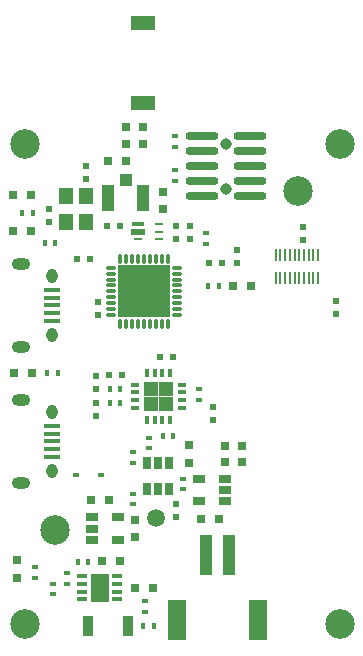
<source format=gbs>
G04 #@! TF.FileFunction,Soldermask,Bot*
%FSLAX46Y46*%
G04 Gerber Fmt 4.6, Leading zero omitted, Abs format (unit mm)*
G04 Created by KiCad (PCBNEW 4.0.2-stable) date 1/27/2017 1:12:26 PM*
%MOMM*%
G01*
G04 APERTURE LIST*
%ADD10C,0.100000*%
%ADD11R,1.060000X0.650000*%
%ADD12R,0.800000X0.150000*%
%ADD13R,1.200000X0.550000*%
%ADD14R,1.000000X0.350000*%
%ADD15R,1.200000X1.400000*%
%ADD16R,0.200000X1.050000*%
%ADD17R,0.797560X0.797560*%
%ADD18R,0.600000X0.500000*%
%ADD19R,0.750000X0.800000*%
%ADD20R,0.350000X0.800000*%
%ADD21R,0.800000X0.350000*%
%ADD22R,1.250000X1.250000*%
%ADD23R,0.400000X0.600000*%
%ADD24R,0.500000X0.600000*%
%ADD25R,0.800000X0.750000*%
%ADD26R,0.600000X0.400000*%
%ADD27R,0.650000X1.060000*%
%ADD28C,2.500000*%
%ADD29O,0.280000X0.850000*%
%ADD30R,2.200000X2.200000*%
%ADD31O,0.850000X0.280000*%
%ADD32O,2.790000X0.740000*%
%ADD33C,0.970000*%
%ADD34R,1.000000X3.500000*%
%ADD35R,1.600000X3.400000*%
%ADD36R,0.590000X0.450000*%
%ADD37R,1.350000X0.400000*%
%ADD38O,0.950000X1.250000*%
%ADD39O,1.550000X1.000000*%
%ADD40R,0.900000X1.700000*%
%ADD41R,1.050000X2.200000*%
%ADD42R,1.000000X1.050000*%
%ADD43R,2.000000X1.250000*%
%ADD44R,0.850000X0.350000*%
%ADD45R,1.650000X2.400000*%
%ADD46C,1.500000*%
G04 APERTURE END LIST*
D10*
D11*
X18670000Y14190000D03*
X18670000Y13240000D03*
X18670000Y12290000D03*
X16470000Y12290000D03*
X16470000Y14190000D03*
D12*
X13130000Y35780000D03*
X13130000Y35130000D03*
X13130000Y34480000D03*
X11330000Y34480000D03*
D13*
X11330000Y35130000D03*
D14*
X11330000Y35780000D03*
D15*
X5220000Y35940000D03*
X5220000Y38140000D03*
X6920000Y38140000D03*
X6920000Y35940000D03*
D16*
X26580000Y31220000D03*
X26180000Y31220000D03*
X25780000Y31220000D03*
X25380000Y31220000D03*
X24980000Y31220000D03*
X24580000Y31220000D03*
X24180000Y31220000D03*
X23780000Y31220000D03*
X23380000Y31220000D03*
X22980000Y31220000D03*
X22980000Y33120000D03*
X23380000Y33120000D03*
X23780000Y33120000D03*
X24180000Y33120000D03*
X24580000Y33120000D03*
X24980000Y33120000D03*
X25380000Y33120000D03*
X25780000Y33120000D03*
X26180000Y33120000D03*
X26580000Y33120000D03*
D17*
X2269456Y35170157D03*
X770856Y35170157D03*
X2269456Y38210157D03*
X770856Y38210157D03*
X1070156Y5795857D03*
X1070156Y7294457D03*
D18*
X8880000Y23020000D03*
X9980000Y23020000D03*
D19*
X13430000Y37010000D03*
X13430000Y38510000D03*
X15620000Y15540000D03*
X15620000Y17040000D03*
D20*
X14045000Y19190000D03*
X13395000Y19190000D03*
X12745000Y19190000D03*
X12095000Y19190000D03*
D21*
X11070000Y20215000D03*
X11070000Y20865000D03*
X11070000Y21515000D03*
X11070000Y22165000D03*
D20*
X12095000Y23190000D03*
X12745000Y23190000D03*
X13395000Y23190000D03*
X14045000Y23190000D03*
D21*
X15070000Y22165000D03*
X15070000Y21515000D03*
X15070000Y20865000D03*
X15070000Y20215000D03*
D22*
X12445000Y21815000D03*
X13695000Y21815000D03*
X12445000Y20565000D03*
X13695000Y20565000D03*
D23*
X8930000Y20630000D03*
X9830000Y20630000D03*
X8920000Y21770000D03*
X9820000Y21770000D03*
D24*
X7800000Y21770000D03*
X7800000Y22870000D03*
X7800000Y20620000D03*
X7800000Y19520000D03*
D25*
X10280000Y43940000D03*
X11780000Y43940000D03*
D23*
X13400000Y17840000D03*
X14300000Y17840000D03*
D26*
X16450000Y20880000D03*
X16450000Y21780000D03*
X10860000Y16440000D03*
X10860000Y15540000D03*
X10860000Y12940000D03*
X10860000Y12040000D03*
X12240000Y16780000D03*
X12240000Y17680000D03*
D23*
X4320000Y34180000D03*
X3420000Y34180000D03*
X2400000Y36740000D03*
X1500000Y36740000D03*
X18150000Y30560000D03*
X17250000Y30560000D03*
D26*
X17050000Y34070000D03*
X17050000Y34970000D03*
X14470000Y40310000D03*
X14470000Y39410000D03*
X14470000Y42310000D03*
X14470000Y43210000D03*
X15120000Y14210000D03*
X15120000Y13310000D03*
X2580000Y6690000D03*
X2580000Y5790000D03*
D24*
X14500000Y12020000D03*
X14500000Y10920000D03*
X17710000Y19190000D03*
X17710000Y20290000D03*
D18*
X13210000Y24500000D03*
X14310000Y24500000D03*
D25*
X9810000Y7250000D03*
X8310000Y7250000D03*
X7380000Y12360000D03*
X8880000Y12360000D03*
D24*
X6930000Y39610000D03*
X6930000Y40710000D03*
X25280000Y34420000D03*
X25280000Y35520000D03*
X28080000Y29290000D03*
X28080000Y28190000D03*
X3770000Y35940000D03*
X3770000Y37040000D03*
X15760000Y34530000D03*
X15760000Y35630000D03*
X14560000Y34530000D03*
X14560000Y35630000D03*
D18*
X9820000Y35610000D03*
X8720000Y35610000D03*
X7290000Y32840000D03*
X6190000Y32840000D03*
D24*
X7920156Y28070157D03*
X7920156Y29170157D03*
D18*
X17350000Y32440000D03*
X18450000Y32440000D03*
D24*
X19710000Y33560000D03*
X19710000Y32460000D03*
D25*
X18180000Y10820000D03*
X16680000Y10820000D03*
D19*
X11030000Y10730000D03*
X11030000Y9230000D03*
D27*
X13960000Y13340000D03*
X13010000Y13340000D03*
X12060000Y13340000D03*
X12060000Y15540000D03*
X13960000Y15540000D03*
X13010000Y15540000D03*
D28*
X4270156Y9870157D03*
D25*
X10280000Y42510000D03*
X11780000Y42510000D03*
X10280000Y41110000D03*
X8780000Y41110000D03*
X19360000Y30560000D03*
X20860000Y30560000D03*
D28*
X28440156Y1870157D03*
X1770156Y1870157D03*
X28440156Y42510157D03*
X1770156Y42510157D03*
X24870156Y38560157D03*
D29*
X13830156Y27290157D03*
D30*
X10730156Y31165157D03*
X12930156Y31165157D03*
X10730156Y28965157D03*
X12930156Y28965157D03*
D29*
X13330156Y27290157D03*
X12830156Y27290157D03*
X12330156Y27290157D03*
X11830156Y27290157D03*
X11330156Y27290157D03*
X10830156Y27290157D03*
X10330156Y27290157D03*
X9830156Y27290157D03*
D31*
X9055156Y28065157D03*
X9055156Y28565157D03*
X9055156Y29065157D03*
X9055156Y29565157D03*
X9055156Y30065157D03*
X9055156Y30565157D03*
X9055156Y31065157D03*
X9055156Y31565157D03*
X9055156Y32065157D03*
D29*
X9830156Y32840157D03*
X10330156Y32840157D03*
X10830156Y32840157D03*
X11330156Y32840157D03*
X11830156Y32840157D03*
X12330156Y32840157D03*
X12830156Y32840157D03*
X13330156Y32840157D03*
X13830156Y32840157D03*
D31*
X14605156Y32065157D03*
X14605156Y31565157D03*
X14605156Y31065157D03*
X14605156Y30565157D03*
X14605156Y30065157D03*
X14605156Y29565157D03*
X14605156Y29065157D03*
X14605156Y28565157D03*
X14605156Y28065157D03*
D25*
X20150000Y16980000D03*
X18650000Y16980000D03*
D11*
X7390000Y9030000D03*
X7390000Y9980000D03*
X7390000Y10930000D03*
X9590000Y10930000D03*
X9590000Y9030000D03*
D23*
X11750000Y1700000D03*
X12650000Y1700000D03*
D17*
X2359300Y23120000D03*
X860700Y23120000D03*
D26*
X11880000Y3810000D03*
X11880000Y2910000D03*
D23*
X4520000Y23120000D03*
X3620000Y23120000D03*
D32*
X16715000Y38120000D03*
X20785000Y38120000D03*
X16715000Y39390000D03*
X20785000Y39390000D03*
X16715000Y40660000D03*
X20785000Y40660000D03*
X16715000Y41930000D03*
X20785000Y41930000D03*
X16715000Y43200000D03*
X20785000Y43200000D03*
D33*
X18750000Y42565000D03*
X18750000Y38755000D03*
D34*
X19050000Y7765000D03*
X17050000Y7765000D03*
D35*
X21450000Y2215000D03*
X14650000Y2215000D03*
D36*
X6065000Y14500000D03*
X8175000Y14500000D03*
D37*
X4082696Y27569257D03*
X4082696Y28219257D03*
X4082696Y28869257D03*
X4082696Y29519257D03*
X4082696Y30169257D03*
D38*
X4082696Y26369257D03*
X4082696Y31369257D03*
D39*
X1382696Y25369257D03*
X1382696Y32369257D03*
D37*
X4082696Y16069257D03*
X4082696Y16719257D03*
X4082696Y17369257D03*
X4082696Y18019257D03*
X4082696Y18669257D03*
D38*
X4082696Y14869257D03*
X4082696Y19869257D03*
D39*
X1382696Y13869257D03*
X1382696Y20869257D03*
D40*
X10470000Y1690000D03*
X7070000Y1690000D03*
D41*
X8805000Y37950000D03*
X11755000Y37950000D03*
D42*
X10280000Y39475000D03*
D43*
X11770156Y46030000D03*
X11770156Y52780000D03*
D25*
X11110000Y4950000D03*
X12610000Y4950000D03*
X20150000Y15630000D03*
X18650000Y15630000D03*
D23*
X6210000Y7150000D03*
X7110000Y7150000D03*
D44*
X6615000Y3985000D03*
X6615000Y4635000D03*
X6615000Y5285000D03*
X6615000Y5935000D03*
X9565000Y5935000D03*
X9565000Y5285000D03*
X9565000Y4635000D03*
X9565000Y3985000D03*
D45*
X8090000Y4960000D03*
D26*
X5300000Y5290000D03*
X5300000Y6190000D03*
X4090000Y4400000D03*
X4090000Y5300000D03*
D46*
X12860000Y10900000D03*
M02*

</source>
